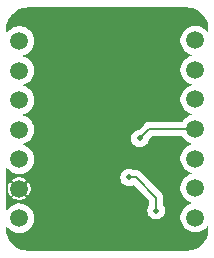
<source format=gtl>
%TF.GenerationSoftware,KiCad,Pcbnew,9.0.7-9.0.7~ubuntu24.04.1*%
%TF.CreationDate,2026-01-03T22:14:33+01:00*%
%TF.ProjectId,rtc_xiao_esp32s3,7274635f-7869-4616-9f5f-657370333273,1.0*%
%TF.SameCoordinates,Original*%
%TF.FileFunction,Copper,L1,Top*%
%TF.FilePolarity,Positive*%
%FSLAX46Y46*%
G04 Gerber Fmt 4.6, Leading zero omitted, Abs format (unit mm)*
G04 Created by KiCad (PCBNEW 9.0.7-9.0.7~ubuntu24.04.1) date 2026-01-03 22:14:33*
%MOMM*%
%LPD*%
G01*
G04 APERTURE LIST*
%TA.AperFunction,ComponentPad*%
%ADD10C,1.500000*%
%TD*%
%TA.AperFunction,ViaPad*%
%ADD11C,0.500000*%
%TD*%
%TA.AperFunction,Conductor*%
%ADD12C,0.200000*%
%TD*%
G04 APERTURE END LIST*
D10*
%TO.P,J6,1,Pin_1*%
%TO.N,NINT*%
X132200000Y-113000000D03*
%TD*%
%TO.P,J2,1,Pin_1*%
%TO.N,N/C*%
X117300000Y-108050000D03*
%TD*%
%TO.P,J2,1,Pin_1*%
%TO.N,N/C*%
X132200000Y-110500000D03*
%TD*%
%TO.P,J2,1,Pin_1*%
%TO.N,N/C*%
X117300000Y-105550000D03*
%TD*%
%TO.P,J3,1,Pin_1*%
%TO.N,SCL*%
X132200000Y-100500000D03*
%TD*%
%TO.P,J2,1,Pin_1*%
%TO.N,N/C*%
X132200000Y-98000000D03*
%TD*%
%TO.P,J2,1,Pin_1*%
%TO.N,GND*%
X117300000Y-110550000D03*
%TD*%
%TO.P,J2,1,Pin_1*%
%TO.N,N/C*%
X117300000Y-103050000D03*
%TD*%
%TO.P,J2,1,Pin_1*%
%TO.N,N/C*%
X117300000Y-100550000D03*
%TD*%
%TO.P,J2,1,Pin_1*%
%TO.N,N/C*%
X132200000Y-108000000D03*
%TD*%
%TO.P,J1,1,Pin_1*%
%TO.N,+5V*%
X117300000Y-113050000D03*
%TD*%
%TO.P,J2,1,Pin_1*%
%TO.N,N/C*%
X117300000Y-98050000D03*
%TD*%
%TO.P,J5,1,Pin_1*%
%TO.N,CLKOUT*%
X132200000Y-105500000D03*
%TD*%
%TO.P,J4,1,Pin_1*%
%TO.N,SDA*%
X132200000Y-103000000D03*
%TD*%
D11*
%TO.N,GND*%
X123360000Y-111290000D03*
X124750000Y-103050000D03*
X121750000Y-113700000D03*
X125825000Y-106275000D03*
X122600000Y-113500000D03*
%TO.N,CLKOUT*%
X127500000Y-106300000D03*
%TO.N,NINT*%
X126600000Y-109600000D03*
X128900000Y-112400000D03*
%TD*%
D12*
%TO.N,CLKOUT*%
X128300000Y-105500000D02*
X132200000Y-105500000D01*
X127500000Y-106300000D02*
X128300000Y-105500000D01*
%TO.N,NINT*%
X127200000Y-109600000D02*
X126600000Y-109600000D01*
X128900000Y-111300000D02*
X127200000Y-109600000D01*
X128900000Y-112400000D02*
X128900000Y-111300000D01*
%TD*%
%TA.AperFunction,Conductor*%
%TO.N,GND*%
G36*
X131501601Y-95200604D02*
G01*
X131731683Y-95215685D01*
X131738017Y-95216518D01*
X131962609Y-95261192D01*
X131968769Y-95262842D01*
X132185605Y-95336449D01*
X132191517Y-95338898D01*
X132396878Y-95440171D01*
X132402413Y-95443366D01*
X132581014Y-95562704D01*
X132592796Y-95570577D01*
X132597881Y-95574479D01*
X132770024Y-95725443D01*
X132774556Y-95729975D01*
X132925520Y-95902118D01*
X132929422Y-95907203D01*
X133056628Y-96097578D01*
X133059833Y-96103129D01*
X133161099Y-96308478D01*
X133163552Y-96314399D01*
X133237154Y-96531221D01*
X133238809Y-96537400D01*
X133283478Y-96761964D01*
X133284314Y-96768318D01*
X133299395Y-96998398D01*
X133299500Y-97001603D01*
X133299500Y-97235047D01*
X133285148Y-97269695D01*
X133250500Y-97284047D01*
X133215852Y-97269695D01*
X133210858Y-97263849D01*
X133189932Y-97235047D01*
X133153828Y-97185354D01*
X133153824Y-97185350D01*
X133153822Y-97185347D01*
X133014652Y-97046177D01*
X133014653Y-97046177D01*
X132948891Y-96998398D01*
X132855405Y-96930476D01*
X132855403Y-96930475D01*
X132855399Y-96930472D01*
X132680026Y-96841116D01*
X132492826Y-96780291D01*
X132492823Y-96780290D01*
X132343482Y-96756637D01*
X132298417Y-96749500D01*
X132101583Y-96749500D01*
X132064998Y-96755294D01*
X131907176Y-96780290D01*
X131907173Y-96780291D01*
X131719973Y-96841116D01*
X131544600Y-96930472D01*
X131385347Y-97046177D01*
X131246177Y-97185347D01*
X131130472Y-97344600D01*
X131041116Y-97519973D01*
X130980291Y-97707173D01*
X130980290Y-97707176D01*
X130949500Y-97901583D01*
X130949500Y-98098416D01*
X130980290Y-98292823D01*
X130980291Y-98292826D01*
X131041116Y-98480026D01*
X131130472Y-98655399D01*
X131130475Y-98655403D01*
X131130476Y-98655405D01*
X131246172Y-98814646D01*
X131246174Y-98814648D01*
X131246177Y-98814652D01*
X131385347Y-98953822D01*
X131385350Y-98953824D01*
X131385354Y-98953828D01*
X131544595Y-99069524D01*
X131544597Y-99069525D01*
X131544600Y-99069527D01*
X131642726Y-99119524D01*
X131719975Y-99158884D01*
X131835608Y-99196455D01*
X131856974Y-99203398D01*
X131885491Y-99227755D01*
X131888434Y-99265142D01*
X131864077Y-99293659D01*
X131856974Y-99296602D01*
X131719973Y-99341116D01*
X131544600Y-99430472D01*
X131385347Y-99546177D01*
X131246177Y-99685347D01*
X131130472Y-99844600D01*
X131041116Y-100019973D01*
X130980291Y-100207173D01*
X130980290Y-100207176D01*
X130949500Y-100401583D01*
X130949500Y-100598416D01*
X130980290Y-100792823D01*
X130980291Y-100792826D01*
X131041116Y-100980026D01*
X131130472Y-101155399D01*
X131130475Y-101155403D01*
X131130476Y-101155405D01*
X131246172Y-101314646D01*
X131246174Y-101314648D01*
X131246177Y-101314652D01*
X131385347Y-101453822D01*
X131385350Y-101453824D01*
X131385354Y-101453828D01*
X131544595Y-101569524D01*
X131544597Y-101569525D01*
X131544600Y-101569527D01*
X131642726Y-101619524D01*
X131719975Y-101658884D01*
X131835608Y-101696455D01*
X131856974Y-101703398D01*
X131885491Y-101727755D01*
X131888434Y-101765142D01*
X131864077Y-101793659D01*
X131856974Y-101796602D01*
X131719973Y-101841116D01*
X131544600Y-101930472D01*
X131385347Y-102046177D01*
X131246177Y-102185347D01*
X131130472Y-102344600D01*
X131041116Y-102519973D01*
X130980291Y-102707173D01*
X130980290Y-102707176D01*
X130949500Y-102901583D01*
X130949500Y-103098416D01*
X130980290Y-103292823D01*
X130980291Y-103292826D01*
X131041116Y-103480026D01*
X131130472Y-103655399D01*
X131130475Y-103655403D01*
X131130476Y-103655405D01*
X131246172Y-103814646D01*
X131246174Y-103814648D01*
X131246177Y-103814652D01*
X131385347Y-103953822D01*
X131385350Y-103953824D01*
X131385354Y-103953828D01*
X131544595Y-104069524D01*
X131544597Y-104069525D01*
X131544600Y-104069527D01*
X131642726Y-104119524D01*
X131719975Y-104158884D01*
X131835608Y-104196455D01*
X131856974Y-104203398D01*
X131885491Y-104227755D01*
X131888434Y-104265142D01*
X131864077Y-104293659D01*
X131856974Y-104296602D01*
X131719973Y-104341116D01*
X131544600Y-104430472D01*
X131385347Y-104546177D01*
X131246177Y-104685347D01*
X131246172Y-104685354D01*
X131130476Y-104844595D01*
X131116132Y-104872746D01*
X131087616Y-104897102D01*
X131072474Y-104899500D01*
X128382070Y-104899500D01*
X128382054Y-104899499D01*
X128379057Y-104899499D01*
X128220943Y-104899499D01*
X128220940Y-104899499D01*
X128068218Y-104940421D01*
X128068216Y-104940422D01*
X128055468Y-104947782D01*
X128038052Y-104957838D01*
X127931290Y-105019475D01*
X127931281Y-105019482D01*
X127819478Y-105131286D01*
X127405612Y-105545151D01*
X127380524Y-105558561D01*
X127281093Y-105578339D01*
X127281084Y-105578342D01*
X127144508Y-105634914D01*
X127021584Y-105717048D01*
X126917048Y-105821584D01*
X126834914Y-105944508D01*
X126778342Y-106081084D01*
X126778340Y-106081093D01*
X126749500Y-106226078D01*
X126749500Y-106373921D01*
X126778340Y-106518906D01*
X126778342Y-106518915D01*
X126834914Y-106655491D01*
X126834916Y-106655495D01*
X126887945Y-106734858D01*
X126908179Y-106765142D01*
X126917049Y-106778416D01*
X127021584Y-106882951D01*
X127144505Y-106965084D01*
X127181655Y-106980472D01*
X127281084Y-107021657D01*
X127281085Y-107021657D01*
X127281087Y-107021658D01*
X127426082Y-107050500D01*
X127573918Y-107050500D01*
X127718913Y-107021658D01*
X127855495Y-106965084D01*
X127978416Y-106882951D01*
X128082951Y-106778416D01*
X128165084Y-106655495D01*
X128221658Y-106518913D01*
X128241438Y-106419471D01*
X128254845Y-106394388D01*
X128534383Y-106114852D01*
X128569031Y-106100500D01*
X131072474Y-106100500D01*
X131107122Y-106114852D01*
X131116131Y-106127250D01*
X131130476Y-106155405D01*
X131246172Y-106314646D01*
X131246174Y-106314648D01*
X131246177Y-106314652D01*
X131385347Y-106453822D01*
X131385350Y-106453824D01*
X131385354Y-106453828D01*
X131544595Y-106569524D01*
X131544597Y-106569525D01*
X131544600Y-106569527D01*
X131642726Y-106619524D01*
X131719975Y-106658884D01*
X131835608Y-106696455D01*
X131856974Y-106703398D01*
X131885491Y-106727755D01*
X131888434Y-106765142D01*
X131864077Y-106793659D01*
X131856974Y-106796602D01*
X131719973Y-106841116D01*
X131544600Y-106930472D01*
X131385347Y-107046177D01*
X131246177Y-107185347D01*
X131130472Y-107344600D01*
X131041116Y-107519973D01*
X130980291Y-107707173D01*
X130980290Y-107707176D01*
X130949500Y-107901583D01*
X130949500Y-108098416D01*
X130980290Y-108292823D01*
X130980291Y-108292826D01*
X131041116Y-108480026D01*
X131130472Y-108655399D01*
X131130475Y-108655403D01*
X131130476Y-108655405D01*
X131246172Y-108814646D01*
X131246174Y-108814648D01*
X131246177Y-108814652D01*
X131385347Y-108953822D01*
X131385350Y-108953824D01*
X131385354Y-108953828D01*
X131544595Y-109069524D01*
X131544597Y-109069525D01*
X131544600Y-109069527D01*
X131642726Y-109119524D01*
X131719975Y-109158884D01*
X131835608Y-109196455D01*
X131856974Y-109203398D01*
X131885491Y-109227755D01*
X131888434Y-109265142D01*
X131864077Y-109293659D01*
X131856974Y-109296602D01*
X131719973Y-109341116D01*
X131544600Y-109430472D01*
X131385347Y-109546177D01*
X131246177Y-109685347D01*
X131130472Y-109844600D01*
X131041116Y-110019973D01*
X130980291Y-110207173D01*
X130980290Y-110207176D01*
X130949500Y-110401583D01*
X130949500Y-110598416D01*
X130980290Y-110792823D01*
X130980291Y-110792826D01*
X131041116Y-110980025D01*
X131130472Y-111155399D01*
X131130475Y-111155403D01*
X131130476Y-111155405D01*
X131246172Y-111314646D01*
X131246174Y-111314648D01*
X131246177Y-111314652D01*
X131385347Y-111453822D01*
X131385350Y-111453824D01*
X131385354Y-111453828D01*
X131544595Y-111569524D01*
X131544597Y-111569525D01*
X131544600Y-111569527D01*
X131719973Y-111658883D01*
X131719975Y-111658884D01*
X131835608Y-111696455D01*
X131856974Y-111703398D01*
X131885491Y-111727755D01*
X131888434Y-111765142D01*
X131864077Y-111793659D01*
X131856974Y-111796602D01*
X131719973Y-111841116D01*
X131544600Y-111930472D01*
X131385347Y-112046177D01*
X131246177Y-112185347D01*
X131130472Y-112344600D01*
X131041116Y-112519973D01*
X130980291Y-112707173D01*
X130980290Y-112707176D01*
X130949500Y-112901583D01*
X130949500Y-113098416D01*
X130980290Y-113292823D01*
X130980291Y-113292826D01*
X131041116Y-113480026D01*
X131130472Y-113655399D01*
X131130475Y-113655403D01*
X131130476Y-113655405D01*
X131246172Y-113814646D01*
X131246174Y-113814648D01*
X131246177Y-113814652D01*
X131385347Y-113953822D01*
X131385350Y-113953824D01*
X131385354Y-113953828D01*
X131544595Y-114069524D01*
X131544597Y-114069525D01*
X131544600Y-114069527D01*
X131719973Y-114158883D01*
X131719975Y-114158884D01*
X131907174Y-114219709D01*
X132101583Y-114250500D01*
X132101584Y-114250500D01*
X132298416Y-114250500D01*
X132298417Y-114250500D01*
X132492826Y-114219709D01*
X132680025Y-114158884D01*
X132855405Y-114069524D01*
X133014646Y-113953828D01*
X133153828Y-113814646D01*
X133210859Y-113736148D01*
X133242835Y-113716555D01*
X133279302Y-113725310D01*
X133298897Y-113757287D01*
X133299500Y-113764952D01*
X133299500Y-113998396D01*
X133299395Y-114001601D01*
X133284314Y-114231681D01*
X133283478Y-114238032D01*
X133238810Y-114462595D01*
X133237154Y-114468778D01*
X133163552Y-114685600D01*
X133161099Y-114691521D01*
X133059833Y-114896870D01*
X133056628Y-114902421D01*
X132929422Y-115092796D01*
X132925520Y-115097881D01*
X132774556Y-115270024D01*
X132770024Y-115274556D01*
X132597881Y-115425520D01*
X132592796Y-115429422D01*
X132402421Y-115556628D01*
X132396870Y-115559833D01*
X132191521Y-115661099D01*
X132185600Y-115663552D01*
X131968778Y-115737154D01*
X131962595Y-115738810D01*
X131738032Y-115783478D01*
X131731681Y-115784314D01*
X131501602Y-115799395D01*
X131498397Y-115799500D01*
X118001603Y-115799500D01*
X117998398Y-115799395D01*
X117768318Y-115784314D01*
X117761969Y-115783478D01*
X117537400Y-115738809D01*
X117531221Y-115737154D01*
X117314399Y-115663552D01*
X117308478Y-115661099D01*
X117103129Y-115559833D01*
X117097582Y-115556630D01*
X117001822Y-115492645D01*
X116907203Y-115429422D01*
X116902118Y-115425520D01*
X116729975Y-115274556D01*
X116725443Y-115270024D01*
X116574479Y-115097881D01*
X116570577Y-115092796D01*
X116444937Y-114904764D01*
X116443366Y-114902413D01*
X116440171Y-114896878D01*
X116338898Y-114691517D01*
X116336447Y-114685600D01*
X116326349Y-114655852D01*
X116262842Y-114468769D01*
X116261192Y-114462609D01*
X116216518Y-114238017D01*
X116215685Y-114231681D01*
X116214900Y-114219709D01*
X116200605Y-114001601D01*
X116200500Y-113998396D01*
X116200500Y-113814952D01*
X116214852Y-113780304D01*
X116249500Y-113765952D01*
X116284148Y-113780304D01*
X116289135Y-113786142D01*
X116346172Y-113864646D01*
X116346174Y-113864648D01*
X116346177Y-113864652D01*
X116485347Y-114003822D01*
X116485350Y-114003824D01*
X116485354Y-114003828D01*
X116644595Y-114119524D01*
X116644597Y-114119525D01*
X116644600Y-114119527D01*
X116819973Y-114208883D01*
X116819975Y-114208884D01*
X117007174Y-114269709D01*
X117201583Y-114300500D01*
X117201584Y-114300500D01*
X117398416Y-114300500D01*
X117398417Y-114300500D01*
X117592826Y-114269709D01*
X117780025Y-114208884D01*
X117955405Y-114119524D01*
X118114646Y-114003828D01*
X118253828Y-113864646D01*
X118369524Y-113705405D01*
X118458884Y-113530025D01*
X118519709Y-113342826D01*
X118550500Y-113148417D01*
X118550500Y-112951583D01*
X118519709Y-112757174D01*
X118458884Y-112569975D01*
X118433407Y-112519973D01*
X118369527Y-112394600D01*
X118369525Y-112394597D01*
X118369524Y-112394595D01*
X118253828Y-112235354D01*
X118253824Y-112235350D01*
X118253822Y-112235347D01*
X118114652Y-112096177D01*
X118114653Y-112096177D01*
X117955399Y-111980472D01*
X117780026Y-111891116D01*
X117592826Y-111830291D01*
X117592823Y-111830290D01*
X117443482Y-111806637D01*
X117398417Y-111799500D01*
X117201583Y-111799500D01*
X117164998Y-111805294D01*
X117007176Y-111830290D01*
X117007173Y-111830291D01*
X116819973Y-111891116D01*
X116644600Y-111980472D01*
X116485347Y-112096177D01*
X116346177Y-112235347D01*
X116289142Y-112313849D01*
X116257165Y-112333444D01*
X116220698Y-112324689D01*
X116201103Y-112292712D01*
X116200500Y-112285047D01*
X116200500Y-110456427D01*
X116350000Y-110456427D01*
X116350000Y-110643572D01*
X116386505Y-110827093D01*
X116386510Y-110827112D01*
X116458119Y-110999990D01*
X116558441Y-111150135D01*
X116558442Y-111150135D01*
X116992018Y-110716559D01*
X117019930Y-110764905D01*
X117085095Y-110830070D01*
X117133439Y-110857981D01*
X116699863Y-111291556D01*
X116699863Y-111291557D01*
X116850009Y-111391880D01*
X117022887Y-111463489D01*
X117022906Y-111463494D01*
X117206427Y-111499999D01*
X117206434Y-111500000D01*
X117393566Y-111500000D01*
X117393572Y-111499999D01*
X117577093Y-111463494D01*
X117577112Y-111463489D01*
X117749990Y-111391880D01*
X117900136Y-111291556D01*
X117466560Y-110857981D01*
X117514905Y-110830070D01*
X117580070Y-110764905D01*
X117607981Y-110716560D01*
X118041556Y-111150136D01*
X118141880Y-110999990D01*
X118213489Y-110827112D01*
X118213494Y-110827093D01*
X118249999Y-110643572D01*
X118250000Y-110643565D01*
X118250000Y-110456434D01*
X118249999Y-110456427D01*
X118213494Y-110272906D01*
X118213489Y-110272887D01*
X118141880Y-110100009D01*
X118041557Y-109949863D01*
X118041556Y-109949863D01*
X117607981Y-110383438D01*
X117580070Y-110335095D01*
X117514905Y-110269930D01*
X117466559Y-110242017D01*
X117900135Y-109808442D01*
X117900135Y-109808441D01*
X117749990Y-109708119D01*
X117577112Y-109636510D01*
X117577093Y-109636505D01*
X117393572Y-109600000D01*
X117206427Y-109600000D01*
X117022906Y-109636505D01*
X117022887Y-109636510D01*
X116850005Y-109708120D01*
X116699863Y-109808441D01*
X116699863Y-109808442D01*
X117133439Y-110242018D01*
X117085095Y-110269930D01*
X117019930Y-110335095D01*
X116992018Y-110383439D01*
X116558442Y-109949863D01*
X116558441Y-109949863D01*
X116458120Y-110100005D01*
X116386510Y-110272887D01*
X116386505Y-110272906D01*
X116350000Y-110456427D01*
X116200500Y-110456427D01*
X116200500Y-109526078D01*
X125849500Y-109526078D01*
X125849500Y-109673921D01*
X125878340Y-109818906D01*
X125878342Y-109818915D01*
X125913348Y-109903426D01*
X125934916Y-109955495D01*
X126017049Y-110078416D01*
X126121584Y-110182951D01*
X126244505Y-110265084D01*
X126263389Y-110272906D01*
X126381084Y-110321657D01*
X126381085Y-110321657D01*
X126381087Y-110321658D01*
X126526082Y-110350500D01*
X126673918Y-110350500D01*
X126818913Y-110321658D01*
X126955495Y-110265084D01*
X126958232Y-110263254D01*
X126995012Y-110255932D01*
X127020109Y-110269344D01*
X128285148Y-111534383D01*
X128299500Y-111569031D01*
X128299500Y-111932983D01*
X128291242Y-111960206D01*
X128234915Y-112044504D01*
X128178342Y-112181084D01*
X128178340Y-112181093D01*
X128149500Y-112326078D01*
X128149500Y-112473921D01*
X128178340Y-112618906D01*
X128178342Y-112618915D01*
X128234914Y-112755491D01*
X128234916Y-112755495D01*
X128317049Y-112878416D01*
X128421584Y-112982951D01*
X128544505Y-113065084D01*
X128612796Y-113093371D01*
X128681084Y-113121657D01*
X128681085Y-113121657D01*
X128681087Y-113121658D01*
X128826082Y-113150500D01*
X128973918Y-113150500D01*
X129118913Y-113121658D01*
X129255495Y-113065084D01*
X129378416Y-112982951D01*
X129482951Y-112878416D01*
X129565084Y-112755495D01*
X129621658Y-112618913D01*
X129650500Y-112473918D01*
X129650500Y-112326082D01*
X129621658Y-112181087D01*
X129621657Y-112181084D01*
X129565084Y-112044504D01*
X129508758Y-111960206D01*
X129500500Y-111932983D01*
X129500500Y-111220940D01*
X129500499Y-111220939D01*
X129461247Y-111074448D01*
X129461246Y-111074444D01*
X129461246Y-111074445D01*
X129459577Y-111068216D01*
X129459577Y-111068215D01*
X129408660Y-110980025D01*
X129380520Y-110931284D01*
X129268716Y-110819480D01*
X129267010Y-110817774D01*
X129266999Y-110817764D01*
X127683315Y-109234080D01*
X127683313Y-109234077D01*
X127568718Y-109119482D01*
X127568712Y-109119477D01*
X127482193Y-109069527D01*
X127481904Y-109069360D01*
X127431785Y-109040423D01*
X127431784Y-109040422D01*
X127431783Y-109040422D01*
X127431781Y-109040421D01*
X127279060Y-108999499D01*
X127279057Y-108999499D01*
X127120943Y-108999499D01*
X127117946Y-108999499D01*
X127117930Y-108999500D01*
X127067016Y-108999500D01*
X127039793Y-108991242D01*
X126955495Y-108934916D01*
X126955492Y-108934914D01*
X126955491Y-108934914D01*
X126818915Y-108878342D01*
X126818906Y-108878340D01*
X126673921Y-108849500D01*
X126673918Y-108849500D01*
X126526082Y-108849500D01*
X126526078Y-108849500D01*
X126381093Y-108878340D01*
X126381084Y-108878342D01*
X126244508Y-108934914D01*
X126121584Y-109017048D01*
X126017048Y-109121584D01*
X125934914Y-109244508D01*
X125878342Y-109381084D01*
X125878340Y-109381093D01*
X125849500Y-109526078D01*
X116200500Y-109526078D01*
X116200500Y-108814952D01*
X116214852Y-108780304D01*
X116249500Y-108765952D01*
X116284148Y-108780304D01*
X116289135Y-108786142D01*
X116346172Y-108864646D01*
X116346174Y-108864648D01*
X116346177Y-108864652D01*
X116485347Y-109003822D01*
X116485350Y-109003824D01*
X116485354Y-109003828D01*
X116644595Y-109119524D01*
X116644597Y-109119525D01*
X116644600Y-109119527D01*
X116809208Y-109203398D01*
X116819975Y-109208884D01*
X117007174Y-109269709D01*
X117201583Y-109300500D01*
X117201584Y-109300500D01*
X117398416Y-109300500D01*
X117398417Y-109300500D01*
X117592826Y-109269709D01*
X117780025Y-109208884D01*
X117955405Y-109119524D01*
X118114646Y-109003828D01*
X118253828Y-108864646D01*
X118369524Y-108705405D01*
X118458884Y-108530025D01*
X118519709Y-108342826D01*
X118550500Y-108148417D01*
X118550500Y-107951583D01*
X118519709Y-107757174D01*
X118458884Y-107569975D01*
X118369524Y-107394595D01*
X118253828Y-107235354D01*
X118253824Y-107235350D01*
X118253822Y-107235347D01*
X118114652Y-107096177D01*
X118114653Y-107096177D01*
X117955399Y-106980472D01*
X117780026Y-106891116D01*
X117703951Y-106866398D01*
X117643024Y-106846601D01*
X117614508Y-106822246D01*
X117611565Y-106784858D01*
X117635921Y-106756341D01*
X117643022Y-106753399D01*
X117780025Y-106708884D01*
X117955405Y-106619524D01*
X118114646Y-106503828D01*
X118253828Y-106364646D01*
X118369524Y-106205405D01*
X118458884Y-106030025D01*
X118519709Y-105842826D01*
X118550500Y-105648417D01*
X118550500Y-105451583D01*
X118519709Y-105257174D01*
X118458884Y-105069975D01*
X118399500Y-104953426D01*
X118369527Y-104894600D01*
X118369525Y-104894597D01*
X118369524Y-104894595D01*
X118253828Y-104735354D01*
X118253824Y-104735350D01*
X118253822Y-104735347D01*
X118114652Y-104596177D01*
X118114653Y-104596177D01*
X117955399Y-104480472D01*
X117780026Y-104391116D01*
X117703951Y-104366398D01*
X117643024Y-104346601D01*
X117614508Y-104322246D01*
X117611565Y-104284858D01*
X117635921Y-104256341D01*
X117643022Y-104253399D01*
X117780025Y-104208884D01*
X117955405Y-104119524D01*
X118114646Y-104003828D01*
X118253828Y-103864646D01*
X118369524Y-103705405D01*
X118458884Y-103530025D01*
X118519709Y-103342826D01*
X118550500Y-103148417D01*
X118550500Y-102951583D01*
X118519709Y-102757174D01*
X118458884Y-102569975D01*
X118369524Y-102394595D01*
X118253828Y-102235354D01*
X118253824Y-102235350D01*
X118253822Y-102235347D01*
X118114652Y-102096177D01*
X118114653Y-102096177D01*
X117955399Y-101980472D01*
X117780026Y-101891116D01*
X117703951Y-101866398D01*
X117643024Y-101846601D01*
X117614508Y-101822246D01*
X117611565Y-101784858D01*
X117635921Y-101756341D01*
X117643022Y-101753399D01*
X117780025Y-101708884D01*
X117955405Y-101619524D01*
X118114646Y-101503828D01*
X118253828Y-101364646D01*
X118369524Y-101205405D01*
X118458884Y-101030025D01*
X118519709Y-100842826D01*
X118550500Y-100648417D01*
X118550500Y-100451583D01*
X118519709Y-100257174D01*
X118458884Y-100069975D01*
X118369524Y-99894595D01*
X118253828Y-99735354D01*
X118253824Y-99735350D01*
X118253822Y-99735347D01*
X118114652Y-99596177D01*
X118114653Y-99596177D01*
X117955399Y-99480472D01*
X117780026Y-99391116D01*
X117703951Y-99366398D01*
X117643024Y-99346601D01*
X117614508Y-99322246D01*
X117611565Y-99284858D01*
X117635921Y-99256341D01*
X117643022Y-99253399D01*
X117780025Y-99208884D01*
X117955405Y-99119524D01*
X118114646Y-99003828D01*
X118253828Y-98864646D01*
X118369524Y-98705405D01*
X118458884Y-98530025D01*
X118519709Y-98342826D01*
X118550500Y-98148417D01*
X118550500Y-97951583D01*
X118519709Y-97757174D01*
X118458884Y-97569975D01*
X118369524Y-97394595D01*
X118253828Y-97235354D01*
X118253824Y-97235350D01*
X118253822Y-97235347D01*
X118114652Y-97096177D01*
X118114653Y-97096177D01*
X118045827Y-97046172D01*
X117955405Y-96980476D01*
X117955403Y-96980475D01*
X117955399Y-96980472D01*
X117780026Y-96891116D01*
X117592826Y-96830291D01*
X117592823Y-96830290D01*
X117443482Y-96806637D01*
X117398417Y-96799500D01*
X117201583Y-96799500D01*
X117164998Y-96805294D01*
X117007176Y-96830290D01*
X117007173Y-96830291D01*
X116819973Y-96891116D01*
X116644600Y-96980472D01*
X116485347Y-97096177D01*
X116346177Y-97235347D01*
X116289142Y-97313849D01*
X116257165Y-97333444D01*
X116220698Y-97324689D01*
X116201103Y-97292712D01*
X116200500Y-97285047D01*
X116200500Y-97001603D01*
X116200605Y-96998398D01*
X116213641Y-96799500D01*
X116215685Y-96768314D01*
X116216518Y-96761984D01*
X116261193Y-96537386D01*
X116262841Y-96531233D01*
X116336451Y-96314389D01*
X116338896Y-96308487D01*
X116440174Y-96103114D01*
X116443362Y-96097593D01*
X116570581Y-95907196D01*
X116574473Y-95902124D01*
X116725451Y-95729966D01*
X116729966Y-95725451D01*
X116902124Y-95574473D01*
X116907196Y-95570581D01*
X117097593Y-95443362D01*
X117103114Y-95440174D01*
X117308487Y-95338896D01*
X117314389Y-95336451D01*
X117531233Y-95262841D01*
X117537386Y-95261193D01*
X117761984Y-95216518D01*
X117768314Y-95215685D01*
X117998398Y-95200604D01*
X118001603Y-95200500D01*
X118039882Y-95200500D01*
X131460118Y-95200500D01*
X131498397Y-95200500D01*
X131501601Y-95200604D01*
G37*
%TD.AperFunction*%
%TD*%
M02*

</source>
